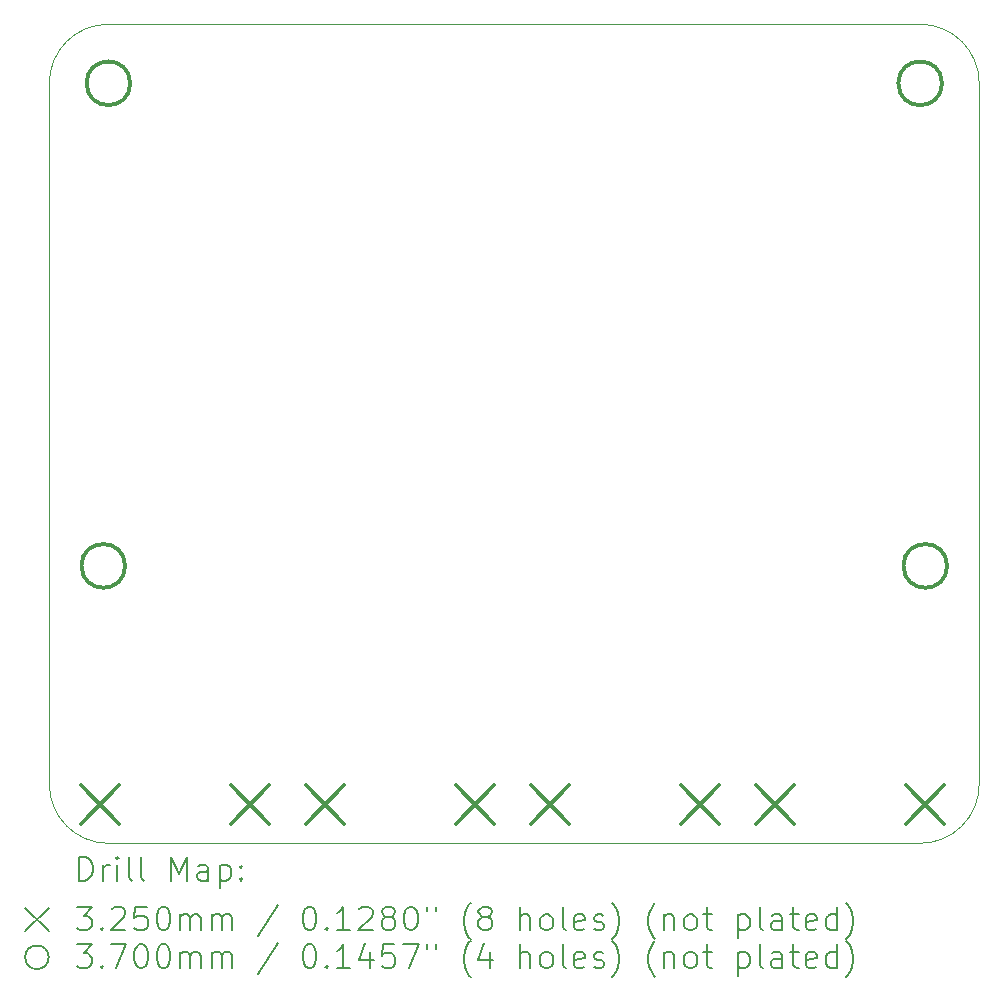
<source format=gbr>
%FSLAX45Y45*%
G04 Gerber Fmt 4.5, Leading zero omitted, Abs format (unit mm)*
G04 Created by KiCad (PCBNEW 5.99.0-unknown-47cb7f53fd~143~ubuntu20.04.1) date 2021-11-23 21:16:03*
%MOMM*%
%LPD*%
G01*
G04 APERTURE LIST*
%TA.AperFunction,Profile*%
%ADD10C,0.100000*%
%TD*%
%ADD11C,0.200000*%
%ADD12C,0.325000*%
%ADD13C,0.370000*%
G04 APERTURE END LIST*
D10*
X18721000Y-6454000D02*
G75*
G03*
X18221000Y-5954000I-500000J0D01*
G01*
X11347800Y-5954000D02*
G75*
G03*
X10847800Y-6454000I0J-500000D01*
G01*
X18221000Y-12888600D02*
X11347800Y-12888600D01*
X10847800Y-12388600D02*
X10847800Y-6454000D01*
X18221000Y-12888600D02*
G75*
G03*
X18721000Y-12388600I0J500000D01*
G01*
X10847800Y-12388600D02*
G75*
G03*
X11347800Y-12888600I500000J0D01*
G01*
X11347800Y-5954000D02*
X18221000Y-5954000D01*
X18721000Y-6454000D02*
X18721000Y-12388600D01*
D11*
D12*
X11116900Y-12396100D02*
X11441900Y-12721100D01*
X11441900Y-12396100D02*
X11116900Y-12721100D01*
X12386900Y-12396100D02*
X12711900Y-12721100D01*
X12711900Y-12396100D02*
X12386900Y-12721100D01*
X13021900Y-12396100D02*
X13346900Y-12721100D01*
X13346900Y-12396100D02*
X13021900Y-12721100D01*
X14291900Y-12396100D02*
X14616900Y-12721100D01*
X14616900Y-12396100D02*
X14291900Y-12721100D01*
X14926900Y-12396100D02*
X15251900Y-12721100D01*
X15251900Y-12396100D02*
X14926900Y-12721100D01*
X16196900Y-12396100D02*
X16521900Y-12721100D01*
X16521900Y-12396100D02*
X16196900Y-12721100D01*
X16831900Y-12396100D02*
X17156900Y-12721100D01*
X17156900Y-12396100D02*
X16831900Y-12721100D01*
X18101900Y-12396100D02*
X18426900Y-12721100D01*
X18426900Y-12396100D02*
X18101900Y-12721100D01*
D13*
X11489800Y-10540000D02*
G75*
G03*
X11489800Y-10540000I-185000J0D01*
G01*
X11532800Y-6454000D02*
G75*
G03*
X11532800Y-6454000I-185000J0D01*
G01*
X18406000Y-6454000D02*
G75*
G03*
X18406000Y-6454000I-185000J0D01*
G01*
X18449400Y-10540000D02*
G75*
G03*
X18449400Y-10540000I-185000J0D01*
G01*
D11*
X11100419Y-13204076D02*
X11100419Y-13004076D01*
X11148038Y-13004076D01*
X11176610Y-13013600D01*
X11195657Y-13032648D01*
X11205181Y-13051695D01*
X11214705Y-13089790D01*
X11214705Y-13118362D01*
X11205181Y-13156457D01*
X11195657Y-13175505D01*
X11176610Y-13194552D01*
X11148038Y-13204076D01*
X11100419Y-13204076D01*
X11300419Y-13204076D02*
X11300419Y-13070743D01*
X11300419Y-13108838D02*
X11309943Y-13089790D01*
X11319467Y-13080267D01*
X11338514Y-13070743D01*
X11357562Y-13070743D01*
X11424228Y-13204076D02*
X11424228Y-13070743D01*
X11424228Y-13004076D02*
X11414705Y-13013600D01*
X11424228Y-13023124D01*
X11433752Y-13013600D01*
X11424228Y-13004076D01*
X11424228Y-13023124D01*
X11548038Y-13204076D02*
X11528990Y-13194552D01*
X11519467Y-13175505D01*
X11519467Y-13004076D01*
X11652800Y-13204076D02*
X11633752Y-13194552D01*
X11624228Y-13175505D01*
X11624228Y-13004076D01*
X11881371Y-13204076D02*
X11881371Y-13004076D01*
X11948038Y-13146933D01*
X12014705Y-13004076D01*
X12014705Y-13204076D01*
X12195657Y-13204076D02*
X12195657Y-13099314D01*
X12186133Y-13080267D01*
X12167086Y-13070743D01*
X12128990Y-13070743D01*
X12109943Y-13080267D01*
X12195657Y-13194552D02*
X12176609Y-13204076D01*
X12128990Y-13204076D01*
X12109943Y-13194552D01*
X12100419Y-13175505D01*
X12100419Y-13156457D01*
X12109943Y-13137409D01*
X12128990Y-13127886D01*
X12176609Y-13127886D01*
X12195657Y-13118362D01*
X12290895Y-13070743D02*
X12290895Y-13270743D01*
X12290895Y-13080267D02*
X12309943Y-13070743D01*
X12348038Y-13070743D01*
X12367086Y-13080267D01*
X12376609Y-13089790D01*
X12386133Y-13108838D01*
X12386133Y-13165981D01*
X12376609Y-13185028D01*
X12367086Y-13194552D01*
X12348038Y-13204076D01*
X12309943Y-13204076D01*
X12290895Y-13194552D01*
X12471848Y-13185028D02*
X12481371Y-13194552D01*
X12471848Y-13204076D01*
X12462324Y-13194552D01*
X12471848Y-13185028D01*
X12471848Y-13204076D01*
X12471848Y-13080267D02*
X12481371Y-13089790D01*
X12471848Y-13099314D01*
X12462324Y-13089790D01*
X12471848Y-13080267D01*
X12471848Y-13099314D01*
X10642800Y-13433600D02*
X10842800Y-13633600D01*
X10842800Y-13433600D02*
X10642800Y-13633600D01*
X11081371Y-13424076D02*
X11205181Y-13424076D01*
X11138514Y-13500267D01*
X11167086Y-13500267D01*
X11186133Y-13509790D01*
X11195657Y-13519314D01*
X11205181Y-13538362D01*
X11205181Y-13585981D01*
X11195657Y-13605028D01*
X11186133Y-13614552D01*
X11167086Y-13624076D01*
X11109943Y-13624076D01*
X11090895Y-13614552D01*
X11081371Y-13605028D01*
X11290895Y-13605028D02*
X11300419Y-13614552D01*
X11290895Y-13624076D01*
X11281371Y-13614552D01*
X11290895Y-13605028D01*
X11290895Y-13624076D01*
X11376609Y-13443124D02*
X11386133Y-13433600D01*
X11405181Y-13424076D01*
X11452800Y-13424076D01*
X11471848Y-13433600D01*
X11481371Y-13443124D01*
X11490895Y-13462171D01*
X11490895Y-13481219D01*
X11481371Y-13509790D01*
X11367086Y-13624076D01*
X11490895Y-13624076D01*
X11671848Y-13424076D02*
X11576609Y-13424076D01*
X11567086Y-13519314D01*
X11576609Y-13509790D01*
X11595657Y-13500267D01*
X11643276Y-13500267D01*
X11662324Y-13509790D01*
X11671848Y-13519314D01*
X11681371Y-13538362D01*
X11681371Y-13585981D01*
X11671848Y-13605028D01*
X11662324Y-13614552D01*
X11643276Y-13624076D01*
X11595657Y-13624076D01*
X11576609Y-13614552D01*
X11567086Y-13605028D01*
X11805181Y-13424076D02*
X11824228Y-13424076D01*
X11843276Y-13433600D01*
X11852800Y-13443124D01*
X11862324Y-13462171D01*
X11871848Y-13500267D01*
X11871848Y-13547886D01*
X11862324Y-13585981D01*
X11852800Y-13605028D01*
X11843276Y-13614552D01*
X11824228Y-13624076D01*
X11805181Y-13624076D01*
X11786133Y-13614552D01*
X11776609Y-13605028D01*
X11767086Y-13585981D01*
X11757562Y-13547886D01*
X11757562Y-13500267D01*
X11767086Y-13462171D01*
X11776609Y-13443124D01*
X11786133Y-13433600D01*
X11805181Y-13424076D01*
X11957562Y-13624076D02*
X11957562Y-13490743D01*
X11957562Y-13509790D02*
X11967086Y-13500267D01*
X11986133Y-13490743D01*
X12014705Y-13490743D01*
X12033752Y-13500267D01*
X12043276Y-13519314D01*
X12043276Y-13624076D01*
X12043276Y-13519314D02*
X12052800Y-13500267D01*
X12071848Y-13490743D01*
X12100419Y-13490743D01*
X12119467Y-13500267D01*
X12128990Y-13519314D01*
X12128990Y-13624076D01*
X12224228Y-13624076D02*
X12224228Y-13490743D01*
X12224228Y-13509790D02*
X12233752Y-13500267D01*
X12252800Y-13490743D01*
X12281371Y-13490743D01*
X12300419Y-13500267D01*
X12309943Y-13519314D01*
X12309943Y-13624076D01*
X12309943Y-13519314D02*
X12319467Y-13500267D01*
X12338514Y-13490743D01*
X12367086Y-13490743D01*
X12386133Y-13500267D01*
X12395657Y-13519314D01*
X12395657Y-13624076D01*
X12786133Y-13414552D02*
X12614705Y-13671695D01*
X13043276Y-13424076D02*
X13062324Y-13424076D01*
X13081371Y-13433600D01*
X13090895Y-13443124D01*
X13100419Y-13462171D01*
X13109943Y-13500267D01*
X13109943Y-13547886D01*
X13100419Y-13585981D01*
X13090895Y-13605028D01*
X13081371Y-13614552D01*
X13062324Y-13624076D01*
X13043276Y-13624076D01*
X13024228Y-13614552D01*
X13014705Y-13605028D01*
X13005181Y-13585981D01*
X12995657Y-13547886D01*
X12995657Y-13500267D01*
X13005181Y-13462171D01*
X13014705Y-13443124D01*
X13024228Y-13433600D01*
X13043276Y-13424076D01*
X13195657Y-13605028D02*
X13205181Y-13614552D01*
X13195657Y-13624076D01*
X13186133Y-13614552D01*
X13195657Y-13605028D01*
X13195657Y-13624076D01*
X13395657Y-13624076D02*
X13281371Y-13624076D01*
X13338514Y-13624076D02*
X13338514Y-13424076D01*
X13319467Y-13452648D01*
X13300419Y-13471695D01*
X13281371Y-13481219D01*
X13471848Y-13443124D02*
X13481371Y-13433600D01*
X13500419Y-13424076D01*
X13548038Y-13424076D01*
X13567086Y-13433600D01*
X13576609Y-13443124D01*
X13586133Y-13462171D01*
X13586133Y-13481219D01*
X13576609Y-13509790D01*
X13462324Y-13624076D01*
X13586133Y-13624076D01*
X13700419Y-13509790D02*
X13681371Y-13500267D01*
X13671848Y-13490743D01*
X13662324Y-13471695D01*
X13662324Y-13462171D01*
X13671848Y-13443124D01*
X13681371Y-13433600D01*
X13700419Y-13424076D01*
X13738514Y-13424076D01*
X13757562Y-13433600D01*
X13767086Y-13443124D01*
X13776609Y-13462171D01*
X13776609Y-13471695D01*
X13767086Y-13490743D01*
X13757562Y-13500267D01*
X13738514Y-13509790D01*
X13700419Y-13509790D01*
X13681371Y-13519314D01*
X13671848Y-13528838D01*
X13662324Y-13547886D01*
X13662324Y-13585981D01*
X13671848Y-13605028D01*
X13681371Y-13614552D01*
X13700419Y-13624076D01*
X13738514Y-13624076D01*
X13757562Y-13614552D01*
X13767086Y-13605028D01*
X13776609Y-13585981D01*
X13776609Y-13547886D01*
X13767086Y-13528838D01*
X13757562Y-13519314D01*
X13738514Y-13509790D01*
X13900419Y-13424076D02*
X13919467Y-13424076D01*
X13938514Y-13433600D01*
X13948038Y-13443124D01*
X13957562Y-13462171D01*
X13967086Y-13500267D01*
X13967086Y-13547886D01*
X13957562Y-13585981D01*
X13948038Y-13605028D01*
X13938514Y-13614552D01*
X13919467Y-13624076D01*
X13900419Y-13624076D01*
X13881371Y-13614552D01*
X13871848Y-13605028D01*
X13862324Y-13585981D01*
X13852800Y-13547886D01*
X13852800Y-13500267D01*
X13862324Y-13462171D01*
X13871848Y-13443124D01*
X13881371Y-13433600D01*
X13900419Y-13424076D01*
X14043276Y-13424076D02*
X14043276Y-13462171D01*
X14119467Y-13424076D02*
X14119467Y-13462171D01*
X14414705Y-13700267D02*
X14405181Y-13690743D01*
X14386133Y-13662171D01*
X14376609Y-13643124D01*
X14367086Y-13614552D01*
X14357562Y-13566933D01*
X14357562Y-13528838D01*
X14367086Y-13481219D01*
X14376609Y-13452648D01*
X14386133Y-13433600D01*
X14405181Y-13405028D01*
X14414705Y-13395505D01*
X14519467Y-13509790D02*
X14500419Y-13500267D01*
X14490895Y-13490743D01*
X14481371Y-13471695D01*
X14481371Y-13462171D01*
X14490895Y-13443124D01*
X14500419Y-13433600D01*
X14519467Y-13424076D01*
X14557562Y-13424076D01*
X14576609Y-13433600D01*
X14586133Y-13443124D01*
X14595657Y-13462171D01*
X14595657Y-13471695D01*
X14586133Y-13490743D01*
X14576609Y-13500267D01*
X14557562Y-13509790D01*
X14519467Y-13509790D01*
X14500419Y-13519314D01*
X14490895Y-13528838D01*
X14481371Y-13547886D01*
X14481371Y-13585981D01*
X14490895Y-13605028D01*
X14500419Y-13614552D01*
X14519467Y-13624076D01*
X14557562Y-13624076D01*
X14576609Y-13614552D01*
X14586133Y-13605028D01*
X14595657Y-13585981D01*
X14595657Y-13547886D01*
X14586133Y-13528838D01*
X14576609Y-13519314D01*
X14557562Y-13509790D01*
X14833752Y-13624076D02*
X14833752Y-13424076D01*
X14919467Y-13624076D02*
X14919467Y-13519314D01*
X14909943Y-13500267D01*
X14890895Y-13490743D01*
X14862324Y-13490743D01*
X14843276Y-13500267D01*
X14833752Y-13509790D01*
X15043276Y-13624076D02*
X15024228Y-13614552D01*
X15014705Y-13605028D01*
X15005181Y-13585981D01*
X15005181Y-13528838D01*
X15014705Y-13509790D01*
X15024228Y-13500267D01*
X15043276Y-13490743D01*
X15071848Y-13490743D01*
X15090895Y-13500267D01*
X15100419Y-13509790D01*
X15109943Y-13528838D01*
X15109943Y-13585981D01*
X15100419Y-13605028D01*
X15090895Y-13614552D01*
X15071848Y-13624076D01*
X15043276Y-13624076D01*
X15224228Y-13624076D02*
X15205181Y-13614552D01*
X15195657Y-13595505D01*
X15195657Y-13424076D01*
X15376609Y-13614552D02*
X15357562Y-13624076D01*
X15319467Y-13624076D01*
X15300419Y-13614552D01*
X15290895Y-13595505D01*
X15290895Y-13519314D01*
X15300419Y-13500267D01*
X15319467Y-13490743D01*
X15357562Y-13490743D01*
X15376609Y-13500267D01*
X15386133Y-13519314D01*
X15386133Y-13538362D01*
X15290895Y-13557409D01*
X15462324Y-13614552D02*
X15481371Y-13624076D01*
X15519467Y-13624076D01*
X15538514Y-13614552D01*
X15548038Y-13595505D01*
X15548038Y-13585981D01*
X15538514Y-13566933D01*
X15519467Y-13557409D01*
X15490895Y-13557409D01*
X15471848Y-13547886D01*
X15462324Y-13528838D01*
X15462324Y-13519314D01*
X15471848Y-13500267D01*
X15490895Y-13490743D01*
X15519467Y-13490743D01*
X15538514Y-13500267D01*
X15614705Y-13700267D02*
X15624228Y-13690743D01*
X15643276Y-13662171D01*
X15652800Y-13643124D01*
X15662324Y-13614552D01*
X15671848Y-13566933D01*
X15671848Y-13528838D01*
X15662324Y-13481219D01*
X15652800Y-13452648D01*
X15643276Y-13433600D01*
X15624228Y-13405028D01*
X15614705Y-13395505D01*
X15976609Y-13700267D02*
X15967086Y-13690743D01*
X15948038Y-13662171D01*
X15938514Y-13643124D01*
X15928990Y-13614552D01*
X15919467Y-13566933D01*
X15919467Y-13528838D01*
X15928990Y-13481219D01*
X15938514Y-13452648D01*
X15948038Y-13433600D01*
X15967086Y-13405028D01*
X15976609Y-13395505D01*
X16052800Y-13490743D02*
X16052800Y-13624076D01*
X16052800Y-13509790D02*
X16062324Y-13500267D01*
X16081371Y-13490743D01*
X16109943Y-13490743D01*
X16128990Y-13500267D01*
X16138514Y-13519314D01*
X16138514Y-13624076D01*
X16262324Y-13624076D02*
X16243276Y-13614552D01*
X16233752Y-13605028D01*
X16224228Y-13585981D01*
X16224228Y-13528838D01*
X16233752Y-13509790D01*
X16243276Y-13500267D01*
X16262324Y-13490743D01*
X16290895Y-13490743D01*
X16309943Y-13500267D01*
X16319467Y-13509790D01*
X16328990Y-13528838D01*
X16328990Y-13585981D01*
X16319467Y-13605028D01*
X16309943Y-13614552D01*
X16290895Y-13624076D01*
X16262324Y-13624076D01*
X16386133Y-13490743D02*
X16462324Y-13490743D01*
X16414705Y-13424076D02*
X16414705Y-13595505D01*
X16424228Y-13614552D01*
X16443276Y-13624076D01*
X16462324Y-13624076D01*
X16681371Y-13490743D02*
X16681371Y-13690743D01*
X16681371Y-13500267D02*
X16700419Y-13490743D01*
X16738514Y-13490743D01*
X16757562Y-13500267D01*
X16767086Y-13509790D01*
X16776609Y-13528838D01*
X16776609Y-13585981D01*
X16767086Y-13605028D01*
X16757562Y-13614552D01*
X16738514Y-13624076D01*
X16700419Y-13624076D01*
X16681371Y-13614552D01*
X16890895Y-13624076D02*
X16871848Y-13614552D01*
X16862324Y-13595505D01*
X16862324Y-13424076D01*
X17052800Y-13624076D02*
X17052800Y-13519314D01*
X17043276Y-13500267D01*
X17024229Y-13490743D01*
X16986133Y-13490743D01*
X16967086Y-13500267D01*
X17052800Y-13614552D02*
X17033752Y-13624076D01*
X16986133Y-13624076D01*
X16967086Y-13614552D01*
X16957562Y-13595505D01*
X16957562Y-13576457D01*
X16967086Y-13557409D01*
X16986133Y-13547886D01*
X17033752Y-13547886D01*
X17052800Y-13538362D01*
X17119467Y-13490743D02*
X17195657Y-13490743D01*
X17148038Y-13424076D02*
X17148038Y-13595505D01*
X17157562Y-13614552D01*
X17176610Y-13624076D01*
X17195657Y-13624076D01*
X17338514Y-13614552D02*
X17319467Y-13624076D01*
X17281371Y-13624076D01*
X17262324Y-13614552D01*
X17252800Y-13595505D01*
X17252800Y-13519314D01*
X17262324Y-13500267D01*
X17281371Y-13490743D01*
X17319467Y-13490743D01*
X17338514Y-13500267D01*
X17348038Y-13519314D01*
X17348038Y-13538362D01*
X17252800Y-13557409D01*
X17519467Y-13624076D02*
X17519467Y-13424076D01*
X17519467Y-13614552D02*
X17500419Y-13624076D01*
X17462324Y-13624076D01*
X17443276Y-13614552D01*
X17433752Y-13605028D01*
X17424229Y-13585981D01*
X17424229Y-13528838D01*
X17433752Y-13509790D01*
X17443276Y-13500267D01*
X17462324Y-13490743D01*
X17500419Y-13490743D01*
X17519467Y-13500267D01*
X17595657Y-13700267D02*
X17605181Y-13690743D01*
X17624229Y-13662171D01*
X17633752Y-13643124D01*
X17643276Y-13614552D01*
X17652800Y-13566933D01*
X17652800Y-13528838D01*
X17643276Y-13481219D01*
X17633752Y-13452648D01*
X17624229Y-13433600D01*
X17605181Y-13405028D01*
X17595657Y-13395505D01*
X10842800Y-13853600D02*
G75*
G03*
X10842800Y-13853600I-100000J0D01*
G01*
X11081371Y-13744076D02*
X11205181Y-13744076D01*
X11138514Y-13820267D01*
X11167086Y-13820267D01*
X11186133Y-13829790D01*
X11195657Y-13839314D01*
X11205181Y-13858362D01*
X11205181Y-13905981D01*
X11195657Y-13925028D01*
X11186133Y-13934552D01*
X11167086Y-13944076D01*
X11109943Y-13944076D01*
X11090895Y-13934552D01*
X11081371Y-13925028D01*
X11290895Y-13925028D02*
X11300419Y-13934552D01*
X11290895Y-13944076D01*
X11281371Y-13934552D01*
X11290895Y-13925028D01*
X11290895Y-13944076D01*
X11367086Y-13744076D02*
X11500419Y-13744076D01*
X11414705Y-13944076D01*
X11614705Y-13744076D02*
X11633752Y-13744076D01*
X11652800Y-13753600D01*
X11662324Y-13763124D01*
X11671848Y-13782171D01*
X11681371Y-13820267D01*
X11681371Y-13867886D01*
X11671848Y-13905981D01*
X11662324Y-13925028D01*
X11652800Y-13934552D01*
X11633752Y-13944076D01*
X11614705Y-13944076D01*
X11595657Y-13934552D01*
X11586133Y-13925028D01*
X11576609Y-13905981D01*
X11567086Y-13867886D01*
X11567086Y-13820267D01*
X11576609Y-13782171D01*
X11586133Y-13763124D01*
X11595657Y-13753600D01*
X11614705Y-13744076D01*
X11805181Y-13744076D02*
X11824228Y-13744076D01*
X11843276Y-13753600D01*
X11852800Y-13763124D01*
X11862324Y-13782171D01*
X11871848Y-13820267D01*
X11871848Y-13867886D01*
X11862324Y-13905981D01*
X11852800Y-13925028D01*
X11843276Y-13934552D01*
X11824228Y-13944076D01*
X11805181Y-13944076D01*
X11786133Y-13934552D01*
X11776609Y-13925028D01*
X11767086Y-13905981D01*
X11757562Y-13867886D01*
X11757562Y-13820267D01*
X11767086Y-13782171D01*
X11776609Y-13763124D01*
X11786133Y-13753600D01*
X11805181Y-13744076D01*
X11957562Y-13944076D02*
X11957562Y-13810743D01*
X11957562Y-13829790D02*
X11967086Y-13820267D01*
X11986133Y-13810743D01*
X12014705Y-13810743D01*
X12033752Y-13820267D01*
X12043276Y-13839314D01*
X12043276Y-13944076D01*
X12043276Y-13839314D02*
X12052800Y-13820267D01*
X12071848Y-13810743D01*
X12100419Y-13810743D01*
X12119467Y-13820267D01*
X12128990Y-13839314D01*
X12128990Y-13944076D01*
X12224228Y-13944076D02*
X12224228Y-13810743D01*
X12224228Y-13829790D02*
X12233752Y-13820267D01*
X12252800Y-13810743D01*
X12281371Y-13810743D01*
X12300419Y-13820267D01*
X12309943Y-13839314D01*
X12309943Y-13944076D01*
X12309943Y-13839314D02*
X12319467Y-13820267D01*
X12338514Y-13810743D01*
X12367086Y-13810743D01*
X12386133Y-13820267D01*
X12395657Y-13839314D01*
X12395657Y-13944076D01*
X12786133Y-13734552D02*
X12614705Y-13991695D01*
X13043276Y-13744076D02*
X13062324Y-13744076D01*
X13081371Y-13753600D01*
X13090895Y-13763124D01*
X13100419Y-13782171D01*
X13109943Y-13820267D01*
X13109943Y-13867886D01*
X13100419Y-13905981D01*
X13090895Y-13925028D01*
X13081371Y-13934552D01*
X13062324Y-13944076D01*
X13043276Y-13944076D01*
X13024228Y-13934552D01*
X13014705Y-13925028D01*
X13005181Y-13905981D01*
X12995657Y-13867886D01*
X12995657Y-13820267D01*
X13005181Y-13782171D01*
X13014705Y-13763124D01*
X13024228Y-13753600D01*
X13043276Y-13744076D01*
X13195657Y-13925028D02*
X13205181Y-13934552D01*
X13195657Y-13944076D01*
X13186133Y-13934552D01*
X13195657Y-13925028D01*
X13195657Y-13944076D01*
X13395657Y-13944076D02*
X13281371Y-13944076D01*
X13338514Y-13944076D02*
X13338514Y-13744076D01*
X13319467Y-13772648D01*
X13300419Y-13791695D01*
X13281371Y-13801219D01*
X13567086Y-13810743D02*
X13567086Y-13944076D01*
X13519467Y-13734552D02*
X13471848Y-13877409D01*
X13595657Y-13877409D01*
X13767086Y-13744076D02*
X13671848Y-13744076D01*
X13662324Y-13839314D01*
X13671848Y-13829790D01*
X13690895Y-13820267D01*
X13738514Y-13820267D01*
X13757562Y-13829790D01*
X13767086Y-13839314D01*
X13776609Y-13858362D01*
X13776609Y-13905981D01*
X13767086Y-13925028D01*
X13757562Y-13934552D01*
X13738514Y-13944076D01*
X13690895Y-13944076D01*
X13671848Y-13934552D01*
X13662324Y-13925028D01*
X13843276Y-13744076D02*
X13976609Y-13744076D01*
X13890895Y-13944076D01*
X14043276Y-13744076D02*
X14043276Y-13782171D01*
X14119467Y-13744076D02*
X14119467Y-13782171D01*
X14414705Y-14020267D02*
X14405181Y-14010743D01*
X14386133Y-13982171D01*
X14376609Y-13963124D01*
X14367086Y-13934552D01*
X14357562Y-13886933D01*
X14357562Y-13848838D01*
X14367086Y-13801219D01*
X14376609Y-13772648D01*
X14386133Y-13753600D01*
X14405181Y-13725028D01*
X14414705Y-13715505D01*
X14576609Y-13810743D02*
X14576609Y-13944076D01*
X14528990Y-13734552D02*
X14481371Y-13877409D01*
X14605181Y-13877409D01*
X14833752Y-13944076D02*
X14833752Y-13744076D01*
X14919467Y-13944076D02*
X14919467Y-13839314D01*
X14909943Y-13820267D01*
X14890895Y-13810743D01*
X14862324Y-13810743D01*
X14843276Y-13820267D01*
X14833752Y-13829790D01*
X15043276Y-13944076D02*
X15024228Y-13934552D01*
X15014705Y-13925028D01*
X15005181Y-13905981D01*
X15005181Y-13848838D01*
X15014705Y-13829790D01*
X15024228Y-13820267D01*
X15043276Y-13810743D01*
X15071848Y-13810743D01*
X15090895Y-13820267D01*
X15100419Y-13829790D01*
X15109943Y-13848838D01*
X15109943Y-13905981D01*
X15100419Y-13925028D01*
X15090895Y-13934552D01*
X15071848Y-13944076D01*
X15043276Y-13944076D01*
X15224228Y-13944076D02*
X15205181Y-13934552D01*
X15195657Y-13915505D01*
X15195657Y-13744076D01*
X15376609Y-13934552D02*
X15357562Y-13944076D01*
X15319467Y-13944076D01*
X15300419Y-13934552D01*
X15290895Y-13915505D01*
X15290895Y-13839314D01*
X15300419Y-13820267D01*
X15319467Y-13810743D01*
X15357562Y-13810743D01*
X15376609Y-13820267D01*
X15386133Y-13839314D01*
X15386133Y-13858362D01*
X15290895Y-13877409D01*
X15462324Y-13934552D02*
X15481371Y-13944076D01*
X15519467Y-13944076D01*
X15538514Y-13934552D01*
X15548038Y-13915505D01*
X15548038Y-13905981D01*
X15538514Y-13886933D01*
X15519467Y-13877409D01*
X15490895Y-13877409D01*
X15471848Y-13867886D01*
X15462324Y-13848838D01*
X15462324Y-13839314D01*
X15471848Y-13820267D01*
X15490895Y-13810743D01*
X15519467Y-13810743D01*
X15538514Y-13820267D01*
X15614705Y-14020267D02*
X15624228Y-14010743D01*
X15643276Y-13982171D01*
X15652800Y-13963124D01*
X15662324Y-13934552D01*
X15671848Y-13886933D01*
X15671848Y-13848838D01*
X15662324Y-13801219D01*
X15652800Y-13772648D01*
X15643276Y-13753600D01*
X15624228Y-13725028D01*
X15614705Y-13715505D01*
X15976609Y-14020267D02*
X15967086Y-14010743D01*
X15948038Y-13982171D01*
X15938514Y-13963124D01*
X15928990Y-13934552D01*
X15919467Y-13886933D01*
X15919467Y-13848838D01*
X15928990Y-13801219D01*
X15938514Y-13772648D01*
X15948038Y-13753600D01*
X15967086Y-13725028D01*
X15976609Y-13715505D01*
X16052800Y-13810743D02*
X16052800Y-13944076D01*
X16052800Y-13829790D02*
X16062324Y-13820267D01*
X16081371Y-13810743D01*
X16109943Y-13810743D01*
X16128990Y-13820267D01*
X16138514Y-13839314D01*
X16138514Y-13944076D01*
X16262324Y-13944076D02*
X16243276Y-13934552D01*
X16233752Y-13925028D01*
X16224228Y-13905981D01*
X16224228Y-13848838D01*
X16233752Y-13829790D01*
X16243276Y-13820267D01*
X16262324Y-13810743D01*
X16290895Y-13810743D01*
X16309943Y-13820267D01*
X16319467Y-13829790D01*
X16328990Y-13848838D01*
X16328990Y-13905981D01*
X16319467Y-13925028D01*
X16309943Y-13934552D01*
X16290895Y-13944076D01*
X16262324Y-13944076D01*
X16386133Y-13810743D02*
X16462324Y-13810743D01*
X16414705Y-13744076D02*
X16414705Y-13915505D01*
X16424228Y-13934552D01*
X16443276Y-13944076D01*
X16462324Y-13944076D01*
X16681371Y-13810743D02*
X16681371Y-14010743D01*
X16681371Y-13820267D02*
X16700419Y-13810743D01*
X16738514Y-13810743D01*
X16757562Y-13820267D01*
X16767086Y-13829790D01*
X16776609Y-13848838D01*
X16776609Y-13905981D01*
X16767086Y-13925028D01*
X16757562Y-13934552D01*
X16738514Y-13944076D01*
X16700419Y-13944076D01*
X16681371Y-13934552D01*
X16890895Y-13944076D02*
X16871848Y-13934552D01*
X16862324Y-13915505D01*
X16862324Y-13744076D01*
X17052800Y-13944076D02*
X17052800Y-13839314D01*
X17043276Y-13820267D01*
X17024229Y-13810743D01*
X16986133Y-13810743D01*
X16967086Y-13820267D01*
X17052800Y-13934552D02*
X17033752Y-13944076D01*
X16986133Y-13944076D01*
X16967086Y-13934552D01*
X16957562Y-13915505D01*
X16957562Y-13896457D01*
X16967086Y-13877409D01*
X16986133Y-13867886D01*
X17033752Y-13867886D01*
X17052800Y-13858362D01*
X17119467Y-13810743D02*
X17195657Y-13810743D01*
X17148038Y-13744076D02*
X17148038Y-13915505D01*
X17157562Y-13934552D01*
X17176610Y-13944076D01*
X17195657Y-13944076D01*
X17338514Y-13934552D02*
X17319467Y-13944076D01*
X17281371Y-13944076D01*
X17262324Y-13934552D01*
X17252800Y-13915505D01*
X17252800Y-13839314D01*
X17262324Y-13820267D01*
X17281371Y-13810743D01*
X17319467Y-13810743D01*
X17338514Y-13820267D01*
X17348038Y-13839314D01*
X17348038Y-13858362D01*
X17252800Y-13877409D01*
X17519467Y-13944076D02*
X17519467Y-13744076D01*
X17519467Y-13934552D02*
X17500419Y-13944076D01*
X17462324Y-13944076D01*
X17443276Y-13934552D01*
X17433752Y-13925028D01*
X17424229Y-13905981D01*
X17424229Y-13848838D01*
X17433752Y-13829790D01*
X17443276Y-13820267D01*
X17462324Y-13810743D01*
X17500419Y-13810743D01*
X17519467Y-13820267D01*
X17595657Y-14020267D02*
X17605181Y-14010743D01*
X17624229Y-13982171D01*
X17633752Y-13963124D01*
X17643276Y-13934552D01*
X17652800Y-13886933D01*
X17652800Y-13848838D01*
X17643276Y-13801219D01*
X17633752Y-13772648D01*
X17624229Y-13753600D01*
X17605181Y-13725028D01*
X17595657Y-13715505D01*
M02*

</source>
